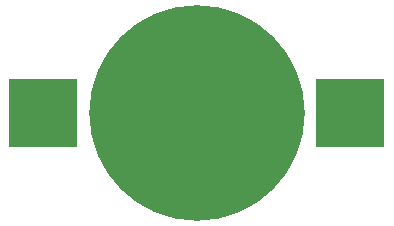
<source format=gbs>
G04 (created by PCBNEW (2013-05-16 BZR 4016)-stable) date 5/21/2013 11:08:07 PM*
%MOIN*%
G04 Gerber Fmt 3.4, Leading zero omitted, Abs format*
%FSLAX34Y34*%
G01*
G70*
G90*
G04 APERTURE LIST*
%ADD10C,0.00590551*%
%ADD11C,0.7187*%
%ADD12R,0.2265X0.2265*%
G04 APERTURE END LIST*
G54D10*
G54D11*
X0Y0D03*
G54D12*
X5118Y0D03*
X-5118Y0D03*
M02*

</source>
